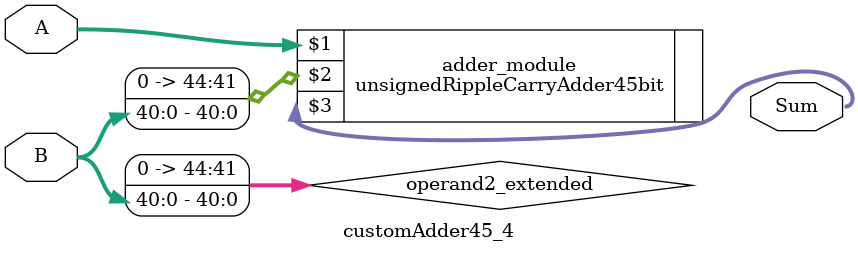
<source format=v>
module customAdder45_4(
                        input [44 : 0] A,
                        input [40 : 0] B,
                        
                        output [45 : 0] Sum
                );

        wire [44 : 0] operand2_extended;
        
        assign operand2_extended =  {4'b0, B};
        
        unsignedRippleCarryAdder45bit adder_module(
            A,
            operand2_extended,
            Sum
        );
        
        endmodule
        
</source>
